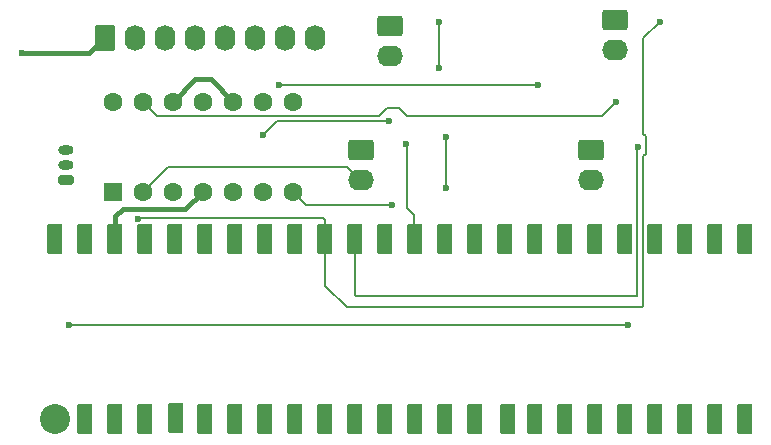
<source format=gbl>
G04 #@! TF.GenerationSoftware,KiCad,Pcbnew,9.0.2*
G04 #@! TF.CreationDate,2025-07-30T12:20:49-07:00*
G04 #@! TF.ProjectId,fsrPrototype3,66737250-726f-4746-9f74-797065332e6b,rev?*
G04 #@! TF.SameCoordinates,Original*
G04 #@! TF.FileFunction,Copper,L2,Bot*
G04 #@! TF.FilePolarity,Positive*
%FSLAX46Y46*%
G04 Gerber Fmt 4.6, Leading zero omitted, Abs format (unit mm)*
G04 Created by KiCad (PCBNEW 9.0.2) date 2025-07-30 12:20:49*
%MOMM*%
%LPD*%
G01*
G04 APERTURE LIST*
G04 Aperture macros list*
%AMRoundRect*
0 Rectangle with rounded corners*
0 $1 Rounding radius*
0 $2 $3 $4 $5 $6 $7 $8 $9 X,Y pos of 4 corners*
0 Add a 4 corners polygon primitive as box body*
4,1,4,$2,$3,$4,$5,$6,$7,$8,$9,$2,$3,0*
0 Add four circle primitives for the rounded corners*
1,1,$1+$1,$2,$3*
1,1,$1+$1,$4,$5*
1,1,$1+$1,$6,$7*
1,1,$1+$1,$8,$9*
0 Add four rect primitives between the rounded corners*
20,1,$1+$1,$2,$3,$4,$5,0*
20,1,$1+$1,$4,$5,$6,$7,0*
20,1,$1+$1,$6,$7,$8,$9,0*
20,1,$1+$1,$8,$9,$2,$3,0*%
G04 Aperture macros list end*
G04 #@! TA.AperFunction,ComponentPad*
%ADD10C,2.540000*%
G04 #@! TD*
G04 #@! TA.AperFunction,ComponentPad*
%ADD11RoundRect,0.095250X0.539750X-1.174750X0.539750X1.174750X-0.539750X1.174750X-0.539750X-1.174750X0*%
G04 #@! TD*
G04 #@! TA.AperFunction,ComponentPad*
%ADD12RoundRect,0.250000X-0.620000X-0.845000X0.620000X-0.845000X0.620000X0.845000X-0.620000X0.845000X0*%
G04 #@! TD*
G04 #@! TA.AperFunction,ComponentPad*
%ADD13O,1.740000X2.190000*%
G04 #@! TD*
G04 #@! TA.AperFunction,ComponentPad*
%ADD14RoundRect,0.250000X-0.845000X0.620000X-0.845000X-0.620000X0.845000X-0.620000X0.845000X0.620000X0*%
G04 #@! TD*
G04 #@! TA.AperFunction,ComponentPad*
%ADD15O,2.190000X1.740000*%
G04 #@! TD*
G04 #@! TA.AperFunction,ComponentPad*
%ADD16RoundRect,0.250000X0.550000X-0.550000X0.550000X0.550000X-0.550000X0.550000X-0.550000X-0.550000X0*%
G04 #@! TD*
G04 #@! TA.AperFunction,ComponentPad*
%ADD17C,1.600000*%
G04 #@! TD*
G04 #@! TA.AperFunction,ComponentPad*
%ADD18RoundRect,0.200000X0.450000X-0.200000X0.450000X0.200000X-0.450000X0.200000X-0.450000X-0.200000X0*%
G04 #@! TD*
G04 #@! TA.AperFunction,ComponentPad*
%ADD19O,1.300000X0.800000*%
G04 #@! TD*
G04 #@! TA.AperFunction,ViaPad*
%ADD20C,0.600000*%
G04 #@! TD*
G04 #@! TA.AperFunction,Conductor*
%ADD21C,0.200000*%
G04 #@! TD*
G04 #@! TA.AperFunction,Conductor*
%ADD22C,0.400000*%
G04 #@! TD*
G04 APERTURE END LIST*
D10*
X82620000Y-81240000D03*
D11*
X85160000Y-81240000D03*
X87700000Y-81240000D03*
X90197920Y-81287039D03*
X92830347Y-81196266D03*
X95320000Y-81240000D03*
X97860000Y-81240000D03*
X100400000Y-81240000D03*
X102940000Y-81240000D03*
X105480000Y-81240000D03*
X108020000Y-81240000D03*
X110560000Y-81240000D03*
X113100000Y-81240000D03*
X115640000Y-81240000D03*
X118180000Y-81240000D03*
X120970080Y-81287039D03*
X123260000Y-81240000D03*
X125800000Y-81240000D03*
X128340000Y-81240000D03*
X130880000Y-81240000D03*
X133420000Y-81240000D03*
X135960000Y-81240000D03*
X138500000Y-81240000D03*
X141040000Y-81240000D03*
X141040000Y-66000000D03*
X138500000Y-66000000D03*
X135960000Y-66000000D03*
X133420000Y-66000000D03*
X130880000Y-66000000D03*
X128340000Y-66000000D03*
X125800000Y-66000000D03*
X123260000Y-66000000D03*
X120720000Y-66000000D03*
X118180000Y-66000000D03*
X115640000Y-66000000D03*
X113100000Y-66000000D03*
X110560000Y-66000000D03*
X108020000Y-66000000D03*
X105480000Y-66000000D03*
X102940000Y-66000000D03*
X100400000Y-66000000D03*
X97860000Y-66000000D03*
X95320000Y-66000000D03*
X92780000Y-66000000D03*
X90240000Y-66000000D03*
X87700000Y-66000000D03*
X85160000Y-66000000D03*
X82620000Y-66000000D03*
D12*
X86800000Y-49000000D03*
D13*
X89340000Y-49000000D03*
X91880000Y-49000000D03*
X94420000Y-49000000D03*
X96960000Y-49000000D03*
X99500000Y-49000000D03*
X102040000Y-49000000D03*
X104580000Y-49000000D03*
D14*
X111000000Y-48000000D03*
D15*
X111000000Y-50540000D03*
D14*
X130000000Y-47500000D03*
D15*
X130000000Y-50040000D03*
D16*
X87500000Y-62000000D03*
D17*
X90040000Y-62000000D03*
X92580000Y-62000000D03*
X95120000Y-62000000D03*
X97660000Y-62000000D03*
X100200000Y-62000000D03*
X102740000Y-62000000D03*
X102740000Y-54380000D03*
X100200000Y-54380000D03*
X97660000Y-54380000D03*
X95120000Y-54380000D03*
X92580000Y-54380000D03*
X90040000Y-54380000D03*
X87500000Y-54380000D03*
D14*
X128000000Y-58500000D03*
D15*
X128000000Y-61040000D03*
D14*
X108500000Y-58500000D03*
D15*
X108500000Y-61040000D03*
D18*
X83500000Y-61000000D03*
D19*
X83500000Y-59750000D03*
X83500000Y-58500000D03*
D20*
X112300000Y-58000000D03*
X110900000Y-56000000D03*
X100200000Y-57200000D03*
X115100000Y-47600000D03*
X115100000Y-51500000D03*
X115700000Y-57400000D03*
X111100000Y-63100000D03*
X115700000Y-61700000D03*
X123500000Y-53000000D03*
X101580000Y-53000000D03*
X132000000Y-58200000D03*
X133800000Y-47600000D03*
X89593834Y-64313936D03*
X130100000Y-54400000D03*
X79800000Y-50300000D03*
X83800000Y-73300000D03*
X131100000Y-73300000D03*
D21*
X105480000Y-69980000D02*
X105480000Y-66000000D01*
X107300000Y-71800000D02*
X105480000Y-69980000D01*
X132286000Y-71800000D02*
X107300000Y-71800000D01*
X132400000Y-71686000D02*
X132286000Y-71800000D01*
X132400000Y-59000000D02*
X132400000Y-71686000D01*
X132600000Y-58800000D02*
X132400000Y-59000000D01*
X133800000Y-47600000D02*
X132400000Y-49000000D01*
X132400000Y-57100000D02*
X132600000Y-57300000D01*
X132400000Y-49000000D02*
X132400000Y-57100000D01*
X132600000Y-57300000D02*
X132600000Y-58800000D01*
X113000000Y-65900000D02*
X113100000Y-66000000D01*
X112400000Y-63400000D02*
X113000000Y-64000000D01*
X112400000Y-58100000D02*
X112400000Y-63400000D01*
X113000000Y-64000000D02*
X113000000Y-65900000D01*
X112300000Y-58000000D02*
X112400000Y-58100000D01*
X108500000Y-61040000D02*
X107360000Y-59900000D01*
X92140000Y-59900000D02*
X90040000Y-62000000D01*
X107360000Y-59900000D02*
X92140000Y-59900000D01*
X111000000Y-55900000D02*
X110900000Y-56000000D01*
X101400000Y-56000000D02*
X110900000Y-56000000D01*
X100200000Y-57200000D02*
X101400000Y-56000000D01*
X115700000Y-61700000D02*
X115700000Y-57400000D01*
X102740000Y-62000000D02*
X103840000Y-63100000D01*
X115100000Y-47600000D02*
X115100000Y-51500000D01*
X103840000Y-63100000D02*
X111100000Y-63100000D01*
X101580000Y-53000000D02*
X123500000Y-53000000D01*
X108100000Y-70800000D02*
X108020000Y-70720000D01*
X132000000Y-58200000D02*
X131900000Y-58300000D01*
X131900000Y-58300000D02*
X131900000Y-70800000D01*
X108020000Y-70720000D02*
X108020000Y-66000000D01*
X131900000Y-70800000D02*
X108100000Y-70800000D01*
X105480000Y-64380000D02*
X105480000Y-66000000D01*
X89707770Y-64200000D02*
X105300000Y-64200000D01*
X89593834Y-64313936D02*
X89707770Y-64200000D01*
X105300000Y-64200000D02*
X105480000Y-64380000D01*
X112400000Y-55600000D02*
X111700000Y-54900000D01*
X130100000Y-54400000D02*
X128900000Y-55600000D01*
X91260000Y-55600000D02*
X90040000Y-54380000D01*
X110000000Y-55600000D02*
X91260000Y-55600000D01*
X110700000Y-54900000D02*
X110000000Y-55600000D01*
X128900000Y-55600000D02*
X112400000Y-55600000D01*
X111700000Y-54900000D02*
X110700000Y-54900000D01*
D22*
X93648000Y-63472000D02*
X88328000Y-63472000D01*
X88328000Y-63472000D02*
X87700000Y-64100000D01*
X95120000Y-62000000D02*
X93648000Y-63472000D01*
X85500000Y-50300000D02*
X79800000Y-50300000D01*
X86800000Y-49000000D02*
X85500000Y-50300000D01*
X87700000Y-64100000D02*
X87700000Y-66000000D01*
D21*
X83800000Y-73300000D02*
X131100000Y-73300000D01*
D22*
X95780000Y-52500000D02*
X97660000Y-54380000D01*
X92580000Y-54380000D02*
X94460000Y-52500000D01*
X94460000Y-52500000D02*
X95780000Y-52500000D01*
M02*

</source>
